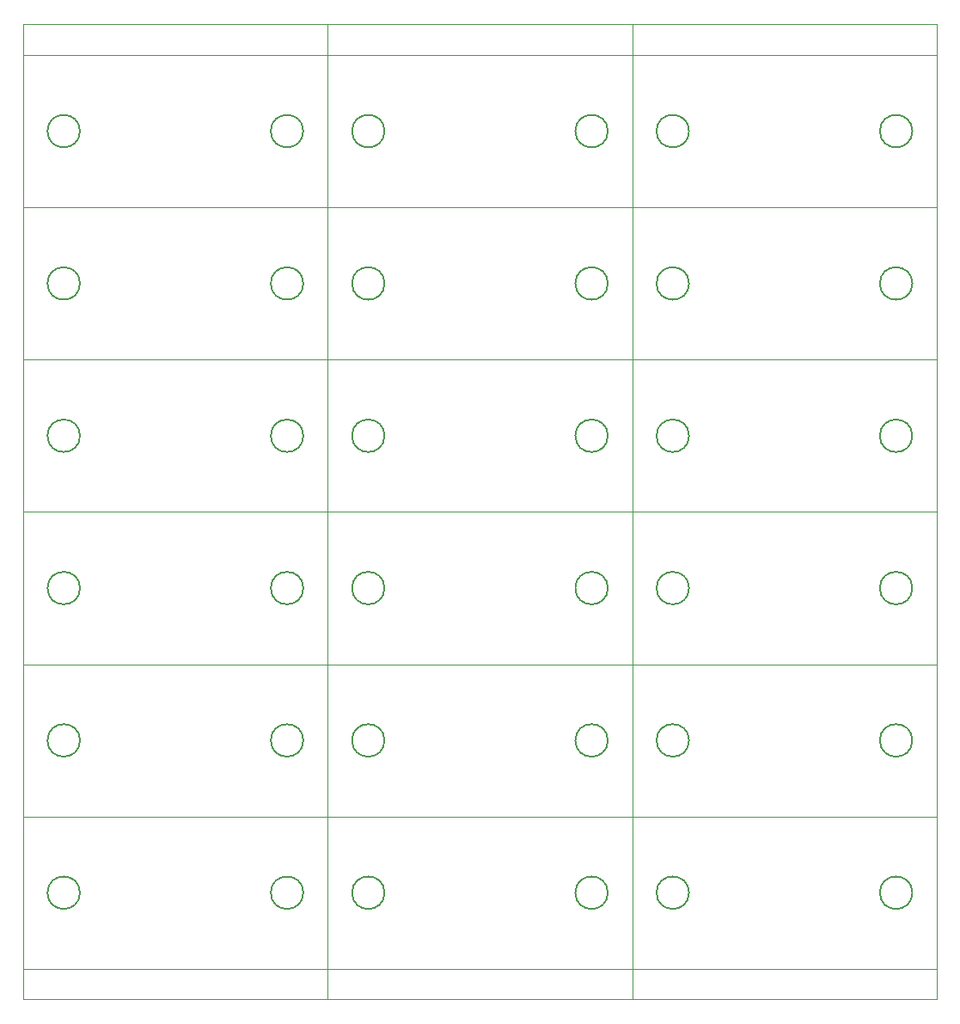
<source format=gbr>
%TF.GenerationSoftware,KiCad,Pcbnew,5.1.6-c6e7f7d~87~ubuntu18.04.1*%
%TF.CreationDate,2020-08-12T19:32:08-03:00*%
%TF.ProjectId,irStrip_v1_panel,69725374-7269-4705-9f76-315f70616e65,Rev. 1.0.1*%
%TF.SameCoordinates,Original*%
%TF.FileFunction,Profile,NP*%
%FSLAX46Y46*%
G04 Gerber Fmt 4.6, Leading zero omitted, Abs format (unit mm)*
G04 Created by KiCad (PCBNEW 5.1.6-c6e7f7d~87~ubuntu18.04.1) date 2020-08-12 19:32:08*
%MOMM*%
%LPD*%
G01*
G04 APERTURE LIST*
%TA.AperFunction,Profile*%
%ADD10C,0.050000*%
%TD*%
%TA.AperFunction,Profile*%
%ADD11C,0.150000*%
%TD*%
G04 APERTURE END LIST*
D10*
X162000000Y-149000000D02*
X162000000Y-53000000D01*
X132000000Y-53000000D02*
X132000000Y-149000000D01*
X102000000Y-149000000D02*
X102000000Y-53000000D01*
X192000000Y-149000000D02*
X192000000Y-53000000D01*
X102000000Y-149000000D02*
X192000000Y-149000000D01*
X102000000Y-53000000D02*
X192000000Y-53000000D01*
X192000000Y-71000000D02*
X102000000Y-71000000D01*
X192000000Y-86000000D02*
X102000000Y-86000000D01*
X192000000Y-101000000D02*
X102000000Y-101000000D01*
X192000000Y-116000000D02*
X102000000Y-116000000D01*
X192000000Y-131000000D02*
X102000000Y-131000000D01*
X192000000Y-146000000D02*
X102000000Y-146000000D01*
X102000000Y-56000000D02*
X192000000Y-56000000D01*
D11*
X189600000Y-138500000D02*
G75*
G03*
X189600000Y-138500000I-1600000J0D01*
G01*
X167600000Y-138500000D02*
G75*
G03*
X167600000Y-138500000I-1600000J0D01*
G01*
X189600000Y-123500000D02*
G75*
G03*
X189600000Y-123500000I-1600000J0D01*
G01*
X167600000Y-123500000D02*
G75*
G03*
X167600000Y-123500000I-1600000J0D01*
G01*
X189600000Y-108500000D02*
G75*
G03*
X189600000Y-108500000I-1600000J0D01*
G01*
X167600000Y-108500000D02*
G75*
G03*
X167600000Y-108500000I-1600000J0D01*
G01*
X167600000Y-93500000D02*
G75*
G03*
X167600000Y-93500000I-1600000J0D01*
G01*
X189600000Y-93500000D02*
G75*
G03*
X189600000Y-93500000I-1600000J0D01*
G01*
X189600000Y-63500000D02*
G75*
G03*
X189600000Y-63500000I-1600000J0D01*
G01*
X167600000Y-63500000D02*
G75*
G03*
X167600000Y-63500000I-1600000J0D01*
G01*
X189600000Y-78500000D02*
G75*
G03*
X189600000Y-78500000I-1600000J0D01*
G01*
X167600000Y-78500000D02*
G75*
G03*
X167600000Y-78500000I-1600000J0D01*
G01*
X159600000Y-138500000D02*
G75*
G03*
X159600000Y-138500000I-1600000J0D01*
G01*
X137600000Y-138500000D02*
G75*
G03*
X137600000Y-138500000I-1600000J0D01*
G01*
X159600000Y-123500000D02*
G75*
G03*
X159600000Y-123500000I-1600000J0D01*
G01*
X137600000Y-123500000D02*
G75*
G03*
X137600000Y-123500000I-1600000J0D01*
G01*
X159600000Y-108500000D02*
G75*
G03*
X159600000Y-108500000I-1600000J0D01*
G01*
X137600000Y-108500000D02*
G75*
G03*
X137600000Y-108500000I-1600000J0D01*
G01*
X137600000Y-93500000D02*
G75*
G03*
X137600000Y-93500000I-1600000J0D01*
G01*
X159600000Y-93500000D02*
G75*
G03*
X159600000Y-93500000I-1600000J0D01*
G01*
X159600000Y-63500000D02*
G75*
G03*
X159600000Y-63500000I-1600000J0D01*
G01*
X137600000Y-63500000D02*
G75*
G03*
X137600000Y-63500000I-1600000J0D01*
G01*
X159600000Y-78500000D02*
G75*
G03*
X159600000Y-78500000I-1600000J0D01*
G01*
X137600000Y-78500000D02*
G75*
G03*
X137600000Y-78500000I-1600000J0D01*
G01*
X129600000Y-138500000D02*
G75*
G03*
X129600000Y-138500000I-1600000J0D01*
G01*
X107600000Y-138500000D02*
G75*
G03*
X107600000Y-138500000I-1600000J0D01*
G01*
X129600000Y-123500000D02*
G75*
G03*
X129600000Y-123500000I-1600000J0D01*
G01*
X107600000Y-123500000D02*
G75*
G03*
X107600000Y-123500000I-1600000J0D01*
G01*
X129600000Y-108500000D02*
G75*
G03*
X129600000Y-108500000I-1600000J0D01*
G01*
X107600000Y-108500000D02*
G75*
G03*
X107600000Y-108500000I-1600000J0D01*
G01*
X129600000Y-93500000D02*
G75*
G03*
X129600000Y-93500000I-1600000J0D01*
G01*
X107600000Y-93500000D02*
G75*
G03*
X107600000Y-93500000I-1600000J0D01*
G01*
X129600000Y-78500000D02*
G75*
G03*
X129600000Y-78500000I-1600000J0D01*
G01*
X107600000Y-78500000D02*
G75*
G03*
X107600000Y-78500000I-1600000J0D01*
G01*
X107600000Y-63500000D02*
G75*
G03*
X107600000Y-63500000I-1600000J0D01*
G01*
X129600000Y-63500000D02*
G75*
G03*
X129600000Y-63500000I-1600000J0D01*
G01*
M02*

</source>
